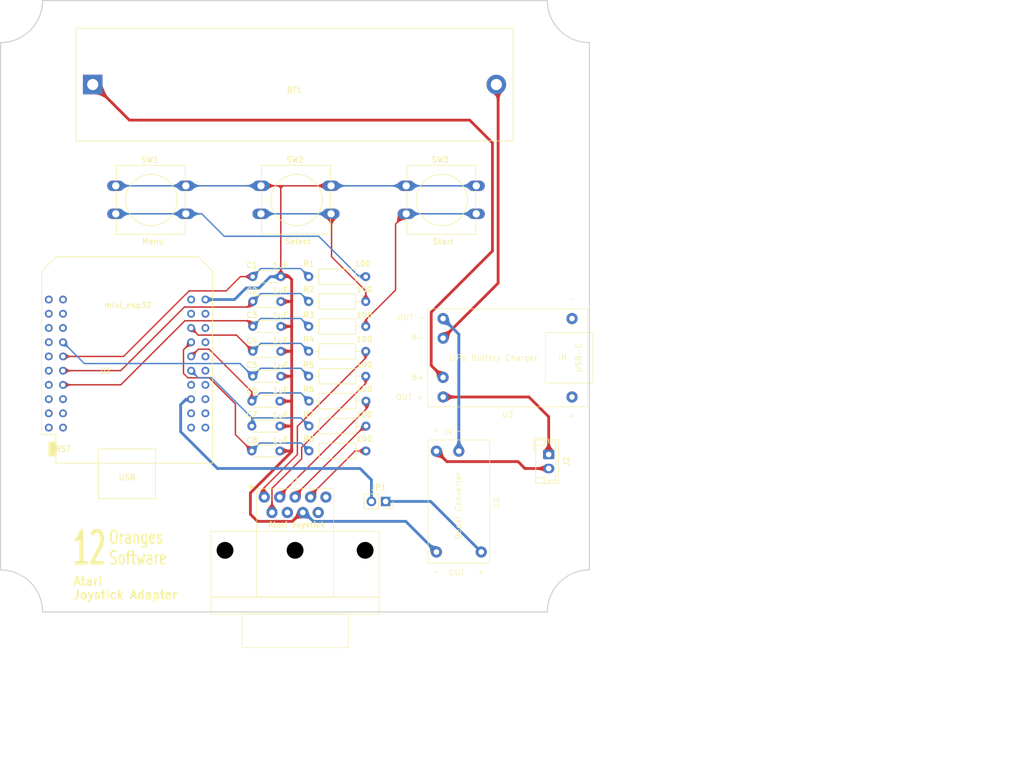
<source format=kicad_pcb>
(kicad_pcb (version 20221018) (generator pcbnew)
  (title_block (title "Atari Joystick Adapter") (date "2024-03-03") (rev "v1.0") (company "12 Oranges Software") (comment 1 "Bluetooth adapter for Atari Joysticks"))
  (layers (0 "F.Cu" signal "Top") (31 "B.Cu" signal "Bottom") (34 "B.Paste" user) (35 "F.Paste" user) (36 "B.SilkS" user "B.Silkscreen") (37 "F.SilkS" user "F.Silkscreen") (38 "B.Mask" user) (39 "F.Mask" user) (44 "Edge.Cuts" user))
  (net 0 "")
  (net 1 "Net-(BT1-+)")
  (net 2 "Net-(BT1--)")
  (net 3 "D1")
  (net 4 "GND")
  (net 5 "D2")
  (net 6 "D3")
  (net 7 "D4")
  (net 8 "D5")
  (net 12 "VCC")
  (net 38 "VIN-")
  (net 41 "DX1")
  (net 42 "DX3")
  (net 43 "DX4")
  (net 44 "DX2")
  (net 45 "DX5")
  (net 48 "D6")
  (net 49 "D7")
  (net 50 "D8")
  (net 51 "DX6")
  (net 52 "DX7")
  (net 53 "DX8")
  (net 57 "J2IN")
  (net 58 "J2OUT")
  (net 59 "J3IN")
  (footprint "Connector_JST:JST_EH_B2B-EH-A_1x02_P2.50mm_Vertical" (layer "F.Cu") (at 197.739 120.396 -90)
    (fp_text reference "J2" (at 1.25 -3.175 -90) (layer "F.SilkS"))
    (fp_text value "Power Switch")
    (pad "1" thru_hole roundrect (at 0 0 270) (size 1.7 2) (drill 1) (layers "*.Cu" "*.Mask") (roundrect_rratio 0.147059) (net 57 "J2IN"))
    (pad "2" thru_hole oval (at 2.5 0 270) (size 1.7 2) (drill 1) (layers "*.Cu" "*.Mask") (net 58 "J2OUT"))
  )
  (footprint "ESP32_mini_KiCad_Library-master:ESP32_mini" (layer "F.Cu") (at 122.528 104.1622)
    (fp_text reference "U1" (at -3.81 1.27) (layer "F.SilkS"))
    (fp_text value "mini_esp32" (at 0.154 -10.4362) (layer "F.SilkS"))
    (fp_text user "RST" (at -11.43 15.24) (layer "F.SilkS"))
    (fp_text user "USB" (at 0 20.32) (layer "F.SilkS"))
    (pad "1" thru_hole circle (at -13.97 -11.43 270) (size 1.4 1.4) (drill 0.8) (layers "*.Cu" "*.Mask"))
    (pad "2" thru_hole circle (at -11.43 -11.43 270) (size 1.4 1.4) (drill 0.8) (layers "*.Cu" "*.Mask"))
    (pad "3" thru_hole circle (at -13.97 -8.89 270) (size 1.4 1.4) (drill 0.8) (layers "*.Cu" "*.Mask"))
    (pad "4" thru_hole circle (at -11.43 -8.89 270) (size 1.4 1.4) (drill 0.8) (layers "*.Cu" "*.Mask"))
    (pad "5" thru_hole circle (at -13.97 -6.35 270) (size 1.4 1.4) (drill 0.8) (layers "*.Cu" "*.Mask"))
    (pad "6" thru_hole circle (at -11.43 -6.35 270) (size 1.4 1.4) (drill 0.8) (layers "*.Cu" "*.Mask"))
    (pad "7" thru_hole circle (at -13.97 -3.81 270) (size 1.4 1.4) (drill 0.8) (layers "*.Cu" "*.Mask"))
    (pad "8" thru_hole circle (at -11.43 -3.81 270) (size 1.4 1.4) (drill 0.8) (layers "*.Cu" "*.Mask") (net 8 "D5"))
    (pad "9" thru_hole circle (at -13.97 -1.27 270) (size 1.4 1.4) (drill 0.8) (layers "*.Cu" "*.Mask"))
    (pad "10" thru_hole circle (at -11.43 -1.27 270) (size 1.4 1.4) (drill 0.8) (layers "*.Cu" "*.Mask") (net 48 "D6"))
    (pad "11" thru_hole circle (at -13.97 1.27 270) (size 1.4 1.4) (drill 0.8) (layers "*.Cu" "*.Mask"))
    (pad "12" thru_hole circle (at -11.43 1.27 270) (size 1.4 1.4) (drill 0.8) (layers "*.Cu" "*.Mask") (net 49 "D7"))
    (pad "13" thru_hole circle (at -13.97 3.81 270) (size 1.4 1.4) (drill 0.8) (layers "*.Cu" "*.Mask"))
    (pad "14" thru_hole circle (at -11.43 3.81 270) (size 1.4 1.4) (drill 0.8) (layers "*.Cu" "*.Mask") (net 50 "D8"))
    (pad "15" thru_hole circle (at -13.97 6.35 270) (size 1.4 1.4) (drill 0.8) (layers "*.Cu" "*.Mask"))
    (pad "16" thru_hole circle (at -11.43 6.35 270) (size 1.4 1.4) (drill 0.8) (layers "*.Cu" "*.Mask"))
    (pad "17" thru_hole circle (at -13.97 8.89 270) (size 1.4 1.4) (drill 0.8) (layers "*.Cu" "*.Mask"))
    (pad "18" thru_hole circle (at -11.43 8.89 270) (size 1.4 1.4) (drill 0.8) (layers "*.Cu" "*.Mask"))
    (pad "19" thru_hole circle (at -13.97 11.43 270) (size 1.4 1.4) (drill 0.8) (layers "*.Cu" "*.Mask"))
    (pad "20" thru_hole circle (at -11.43 11.43 270) (size 1.4 1.4) (drill 0.8) (layers "*.Cu" "*.Mask"))
    (pad "21" thru_hole circle (at 11.43 -11.43 270) (size 1.4 1.4) (drill 0.8) (layers "*.Cu" "*.Mask"))
    (pad "22" thru_hole circle (at 13.97 -11.43 270) (size 1.4 1.4) (drill 0.8) (layers "*.Cu" "*.Mask") (net 4 "GND"))
    (pad "23" thru_hole circle (at 11.43 -8.89 270) (size 1.4 1.4) (drill 0.8) (layers "*.Cu" "*.Mask"))
    (pad "24" thru_hole circle (at 13.97 -8.89 270) (size 1.4 1.4) (drill 0.8) (layers "*.Cu" "*.Mask"))
    (pad "25" thru_hole circle (at 11.43 -6.35 270) (size 1.4 1.4) (drill 0.8) (layers "*.Cu" "*.Mask") (net 3 "D1"))
    (pad "26" thru_hole circle (at 13.97 -6.35 270) (size 1.4 1.4) (drill 0.8) (layers "*.Cu" "*.Mask"))
    (pad "27" thru_hole circle (at 11.43 -3.81 270) (size 1.4 1.4) (drill 0.8) (layers "*.Cu" "*.Mask") (net 5 "D2"))
    (pad "28" thru_hole circle (at 13.97 -3.81 270) (size 1.4 1.4) (drill 0.8) (layers "*.Cu" "*.Mask"))
    (pad "29" thru_hole circle (at 11.43 -1.27 270) (size 1.4 1.4) (drill 0.8) (layers "*.Cu" "*.Mask") (net 6 "D3"))
    (pad "30" thru_hole circle (at 13.97 -1.27 270) (size 1.4 1.4) (drill 0.8) (layers "*.Cu" "*.Mask"))
    (pad "31" thru_hole circle (at 11.43 1.27 270) (size 1.4 1.4) (drill 0.8) (layers "*.Cu" "*.Mask") (net 7 "D4"))
    (pad "32" thru_hole circle (at 13.97 1.27 270) (size 1.4 1.4) (drill 0.8) (layers "*.Cu" "*.Mask"))
    (pad "33" thru_hole circle (at 11.43 3.81 270) (size 1.4 1.4) (drill 0.8) (layers "*.Cu" "*.Mask"))
    (pad "34" thru_hole circle (at 13.97 3.81 270) (size 1.4 1.4) (drill 0.8) (layers "*.Cu" "*.Mask"))
    (pad "35" thru_hole circle (at 11.43 6.35 270) (size 1.4 1.4) (drill 0.8) (layers "*.Cu" "*.Mask") (net 12 "VCC"))
    (pad "36" thru_hole circle (at 13.97 6.35 270) (size 1.4 1.4) (drill 0.8) (layers "*.Cu" "*.Mask"))
    (pad "37" thru_hole circle (at 11.43 8.89 270) (size 1.4 1.4) (drill 0.8) (layers "*.Cu" "*.Mask"))
    (pad "38" thru_hole circle (at 13.97 8.89 270) (size 1.4 1.4) (drill 0.8) (layers "*.Cu" "*.Mask"))
    (pad "39" thru_hole circle (at 11.43 11.43 270) (size 1.4 1.4) (drill 0.8) (layers "*.Cu" "*.Mask"))
    (pad "40" thru_hole circle (at 13.97 11.43 270) (size 1.4 1.4) (drill 0.8) (layers "*.Cu" "*.Mask"))
  )
  (footprint "Capacitor_THT:C_Disc_D4.3mm_W1.9mm_P5.00mm" (layer "F.Cu") (at 144.947 106.4295)
    (fp_text reference "C5" (at -0.167 -2.0355) (layer "F.SilkS"))
    (fp_text value "1uF" (at 4.913 -1.962932) (layer "F.SilkS"))
    (pad "1" thru_hole circle (at 0 0) (size 1.6 1.6) (drill 0.8) (layers "*.Cu" "*.Mask") (net 8 "D5"))
    (pad "2" thru_hole circle (at 5 0) (size 1.6 1.6) (drill 0.8) (layers "*.Cu" "*.Mask") (net 4 "GND"))
  )
  (footprint "Button_Switch_THT:SW_PUSH-12mm" (layer "F.Cu") (at 146.414 72.43)
    (fp_text reference "SW2" (at 6.08 -4.66) (layer "F.SilkS"))
    (fp_text value "Select" (at 6.62 9.93) (layer "F.SilkS"))
    (pad "1" thru_hole oval (at 0 0) (size 3.048 1.85) (drill 1.3) (layers "*.Cu" "*.Mask") (net 4 "GND"))
    (pad "1" thru_hole oval (at 12.5 0) (size 3.048 1.85) (drill 1.3) (layers "*.Cu" "*.Mask") (net 4 "GND"))
    (pad "2" thru_hole oval (at 0 5) (size 3.048 1.85) (drill 1.3) (layers "*.Cu" "*.Mask") (net 52 "DX7"))
    (pad "2" thru_hole oval (at 12.5 5) (size 3.048 1.85) (drill 1.3) (layers "*.Cu" "*.Mask") (net 52 "DX7"))
  )
  (footprint "Button_Switch_THT:SW_PUSH-12mm" (layer "F.Cu") (at 172.322 72.43)
    (fp_text reference "SW3" (at 6.08 -4.66) (layer "F.SilkS"))
    (fp_text value "Start" (at 6.62 9.93) (layer "F.SilkS"))
    (pad "1" thru_hole oval (at 0 0) (size 3.048 1.85) (drill 1.3) (layers "*.Cu" "*.Mask") (net 4 "GND"))
    (pad "1" thru_hole oval (at 12.5 0) (size 3.048 1.85) (drill 1.3) (layers "*.Cu" "*.Mask") (net 4 "GND"))
    (pad "2" thru_hole oval (at 0 5) (size 3.048 1.85) (drill 1.3) (layers "*.Cu" "*.Mask") (net 53 "DX8"))
    (pad "2" thru_hole oval (at 12.5 5) (size 3.048 1.85) (drill 1.3) (layers "*.Cu" "*.Mask") (net 53 "DX8"))
  )
  (footprint "Resistor_THT:R_Axial_DIN0207_L6.3mm_D2.5mm_P10.16mm_Horizontal" (layer "F.Cu") (at 154.94 97.5372)
    (fp_text reference "R3" (at 0 -2.0332) (layer "F.SilkS"))
    (fp_text value "100" (at 9.906 -2.0332) (layer "F.SilkS"))
    (pad "1" thru_hole circle (at 0 0) (size 1.6 1.6) (drill 0.8) (layers "*.Cu" "*.Mask") (net 50 "D8"))
    (pad "2" thru_hole oval (at 10.16 0) (size 1.6 1.6) (drill 0.8) (layers "*.Cu" "*.Mask") (net 53 "DX8"))
  )
  (footprint "Capacitor_THT:C_Disc_D4.3mm_W1.9mm_P5.00mm" (layer "F.Cu") (at 144.78 110.8756)
    (fp_text reference "C6" (at 0 -1.9096) (layer "F.SilkS"))
    (fp_text value "1uF" (at 5.08 -1.94589) (layer "F.SilkS"))
    (pad "1" thru_hole circle (at 0 0) (size 1.6 1.6) (drill 0.8) (layers "*.Cu" "*.Mask") (net 6 "D3"))
    (pad "2" thru_hole circle (at 5 0) (size 1.6 1.6) (drill 0.8) (layers "*.Cu" "*.Mask") (net 4 "GND"))
  )
  (footprint "Capacitor_THT:C_Disc_D4.3mm_W1.9mm_P5.00mm" (layer "F.Cu") (at 144.78 115.3218)
    (fp_text reference "C7" (at 0 -2.0378) (layer "F.SilkS"))
    (fp_text value "1uF" (at 5.08 -1.928948) (layer "F.SilkS"))
    (pad "1" thru_hole circle (at 0 0) (size 1.6 1.6) (drill 0.8) (layers "*.Cu" "*.Mask") (net 7 "D4"))
    (pad "2" thru_hole circle (at 5 0) (size 1.6 1.6) (drill 0.8) (layers "*.Cu" "*.Mask") (net 4 "GND"))
  )
  (footprint "Resistor_THT:R_Axial_DIN0207_L6.3mm_D2.5mm_P10.16mm_Horizontal" (layer "F.Cu") (at 154.94 106.4295)
    (fp_text reference "R5" (at 0 -2.0355) (layer "F.SilkS"))
    (fp_text value "100" (at 9.906 -2.0355) (layer "F.SilkS"))
    (pad "1" thru_hole circle (at 0 0) (size 1.6 1.6) (drill 0.8) (layers "*.Cu" "*.Mask") (net 8 "D5"))
    (pad "2" thru_hole oval (at 10.16 0) (size 1.6 1.6) (drill 0.8) (layers "*.Cu" "*.Mask") (net 45 "DX5"))
  )
  (footprint "Resistor_THT:R_Axial_DIN0207_L6.3mm_D2.5mm_P10.16mm_Horizontal" (layer "F.Cu") (at 154.94 93.091)
    (fp_text reference "R2" (at 0 -2.159) (layer "F.SilkS"))
    (fp_text value "100" (at 9.906 -2.159) (layer "F.SilkS"))
    (pad "1" thru_hole circle (at 0 0) (size 1.6 1.6) (drill 0.8) (layers "*.Cu" "*.Mask") (net 49 "D7"))
    (pad "2" thru_hole oval (at 10.16 0) (size 1.6 1.6) (drill 0.8) (layers "*.Cu" "*.Mask") (net 52 "DX7"))
  )
  (footprint "Resistor_THT:R_Axial_DIN0207_L6.3mm_D2.5mm_P10.16mm_Horizontal" (layer "F.Cu") (at 154.94 88.6448)
    (fp_text reference "R1" (at 0 -2.2848) (layer "F.SilkS"))
    (fp_text value "100" (at 9.652 -2.2848) (layer "F.SilkS"))
    (pad "1" thru_hole circle (at 0 0) (size 1.6 1.6) (drill 0.8) (layers "*.Cu" "*.Mask") (net 48 "D6"))
    (pad "2" thru_hole oval (at 10.16 0) (size 1.6 1.6) (drill 0.8) (layers "*.Cu" "*.Mask") (net 51 "DX6"))
  )
  (footprint "Capacitor_THT:C_Disc_D4.3mm_W1.9mm_P5.00mm" (layer "F.Cu") (at 144.78 119.768)
    (fp_text reference "C8" (at 0 -1.912) (layer "F.SilkS"))
    (fp_text value "1uF" (at 5.08 -1.912) (layer "F.SilkS"))
    (pad "1" thru_hole circle (at 0 0) (size 1.6 1.6) (drill 0.8) (layers "*.Cu" "*.Mask") (net 5 "D2"))
    (pad "2" thru_hole circle (at 5 0) (size 1.6 1.6) (drill 0.8) (layers "*.Cu" "*.Mask") (net 4 "GND"))
  )
  (footprint "Atary Joystick Adapter Footprints:MountingHole_3.5mm" (layer "F.Cu") (at 198.374 136.144)
    (fp_text reference "H4" hide)
    (fp_text value "MountingHole")
    (pad "" np_thru_hole circle (at 0 0) (size 3.5 3.5) (drill 3.5) (layers "*.Cu" "*.Mask"))
  )
  (footprint "Resistor_THT:R_Axial_DIN0207_L6.3mm_D2.5mm_P10.16mm_Horizontal" (layer "F.Cu") (at 154.984 115.3218)
    (fp_text reference "R7" (at -0.044 -2.0378) (layer "F.SilkS"))
    (fp_text value "100" (at 9.862 -2.0378) (layer "F.SilkS"))
    (pad "1" thru_hole circle (at 0 0) (size 1.6 1.6) (drill 0.8) (layers "*.Cu" "*.Mask") (net 7 "D4"))
    (pad "2" thru_hole oval (at 10.16 0) (size 1.6 1.6) (drill 0.8) (layers "*.Cu" "*.Mask") (net 43 "DX4"))
  )
  (footprint "Atary Joystick Adapter Footprints:MountingHole_3.5mm" (layer "F.Cu") (at 106.526 136.3962)
    (fp_text reference "H3" hide)
    (fp_text value "MountingHole")
    (pad "" np_thru_hole circle (at 0 0) (size 3.5 3.5) (drill 3.5) (layers "*.Cu" "*.Mask"))
  )
  (footprint "Connector_PinSocket_2.54mm:PinSocket_1x02_P2.54mm_Vertical" (layer "F.Cu") (at 168.656 128.778 -90)
    (fp_text reference "JP1" (at -2.54 1.27) (layer "F.SilkS"))
    (fp_text value "Jumper_3_Bridged")
    (pad "1" thru_hole rect (at 0 0 270) (size 1.7 1.7) (drill 1) (layers "*.Cu" "*.Mask") (net 59 "J3IN"))
    (pad "2" thru_hole oval (at 0 2.54 270) (size 1.7 1.7) (drill 1) (layers "*.Cu" "*.Mask") (net 12 "VCC"))
  )
  (footprint "Battery:BatteryHolder_BH-18650" (layer "F.Cu") (at 116.4 54.356)
    (fp_text reference "BT1" (at 36 1) (layer "F.SilkS"))
    (fp_text value "Battery_Cell")
    (pad "1" thru_hole rect (at 0 0) (size 3.5 3.5) (drill 2) (layers "*.Cu" "*.Mask") (net 1 "Net-(BT1-+)"))
    (pad "2" thru_hole circle (at 72 0) (size 3.5 3.5) (drill 2) (layers "*.Cu" "*.Mask") (net 2 "Net-(BT1--)"))
  )
  (footprint "Resistor_THT:R_Axial_DIN0207_L6.3mm_D2.5mm_P10.16mm_Horizontal" (layer "F.Cu") (at 154.984 119.768)
    (fp_text reference "R8" (at -0.044 -2.166) (layer "F.SilkS"))
    (fp_text value "100" (at 9.862 -2.166) (layer "F.SilkS"))
    (pad "1" thru_hole circle (at 0 0) (size 1.6 1.6) (drill 0.8) (layers "*.Cu" "*.Mask") (net 5 "D2"))
    (pad "2" thru_hole oval (at 10.16 0) (size 1.6 1.6) (drill 0.8) (layers "*.Cu" "*.Mask") (net 44 "DX2"))
  )
  (footprint "Library:6W DC-DC Boost Converter" (layer "F.Cu") (at 181.71 128.8002 -90)
    (fp_text reference "U2" (at 0.2318 -6.758 90 unlocked) (layer "F.SilkS") (effects (font (thickness 0.1))))
    (fp_text value "~")
    (fp_text user "OUT" (at 12.6778 1.878 unlocked) (layer "F.SilkS") (effects (font (thickness 0.1)) (justify left)))
    (fp_text user "Boost Converter" (at 6.8358 0.1 90 unlocked) (layer "F.SilkS") (effects (font (thickness 0.1)) (justify left)))
    (fp_text user "+" (at -12 4 -90 unlocked) (layer "F.SilkS") (effects (font (thickness 0.1)) (justify left mirror)))
    (fp_text user "-" (at -12.4682 0.608 -180 unlocked) (layer "F.SilkS") (effects (font (thickness 0.1)) (justify left mirror)))
    (fp_text user "+" (at 12 -4 -90 unlocked) (layer "F.SilkS") (effects (font (thickness 0.1)) (justify right mirror)))
    (fp_text user "IN" (at -12.4682 1.116 unlocked) (layer "F.SilkS") (effects (font (thickness 0.1)) (justify right)))
    (fp_text user "-" (at 12.6778 3.402 -180 unlocked) (layer "F.SilkS") (effects (font (thickness 0.1)) (justify right mirror)))
    (pad "1" thru_hole circle (at -9 4 270) (size 2 2) (drill 1) (layers "*.Cu" "*.Mask") (net 58 "J2OUT"))
    (pad "2" thru_hole circle (at -9 0 270) (size 2 2) (drill 1) (layers "*.Cu" "*.Mask") (net 38 "VIN-"))
    (pad "3" thru_hole circle (at 9 -4 270) (size 2 2) (drill 1) (layers "*.Cu" "*.Mask") (net 59 "J3IN"))
    (pad "4" thru_hole circle (at 9 4 270) (size 2 2) (drill 1) (layers "*.Cu" "*.Mask") (net 4 "GND"))
  )
  (footprint "Resistor_THT:R_Axial_DIN0207_L6.3mm_D2.5mm_P10.16mm_Horizontal" (layer "F.Cu") (at 154.94 101.9833)
    (fp_text reference "R4" (at 0 -2.1613) (layer "F.SilkS"))
    (fp_text value "100" (at 9.906 -2.1613) (layer "F.SilkS"))
    (pad "1" thru_hole circle (at 0 0) (size 1.6 1.6) (drill 0.8) (layers "*.Cu" "*.Mask") (net 3 "D1"))
    (pad "2" thru_hole oval (at 10.16 0) (size 1.6 1.6) (drill 0.8) (layers "*.Cu" "*.Mask") (net 41 "DX1"))
  )
  (footprint "Resistor_THT:R_Axial_DIN0207_L6.3mm_D2.5mm_P10.16mm_Horizontal" (layer "F.Cu") (at 154.984 110.8756)
    (fp_text reference "R6" (at -0.044 -2.1636) (layer "F.SilkS"))
    (fp_text value "100" (at 9.862 -2.1636) (layer "F.SilkS"))
    (pad "1" thru_hole circle (at 0 0) (size 1.6 1.6) (drill 0.8) (layers "*.Cu" "*.Mask") (net 6 "D3"))
    (pad "2" thru_hole oval (at 10.16 0) (size 1.6 1.6) (drill 0.8) (layers "*.Cu" "*.Mask") (net 42 "DX3"))
  )
  (footprint "Capacitor_THT:C_Disc_D4.3mm_W1.9mm_P5.00mm" (layer "F.Cu") (at 144.947 88.6448)
    (fp_text reference "C1" (at -0.167 -2.0308) (layer "F.SilkS"))
    (fp_text value "1uF" (at 4.913 -2.0308) (layer "F.SilkS"))
    (pad "1" thru_hole circle (at 0 0) (size 1.6 1.6) (drill 0.8) (layers "*.Cu" "*.Mask") (net 48 "D6"))
    (pad "2" thru_hole circle (at 5 0) (size 1.6 1.6) (drill 0.8) (layers "*.Cu" "*.Mask") (net 4 "GND"))
  )
  (footprint "Atary Joystick Adapter Footprints:MountingHole_3.5mm" (layer "F.Cu") (at 106.526 52.07)
    (fp_text reference "H1" hide)
    (fp_text value "MountingHole")
    (pad "" np_thru_hole circle (at 0 0) (size 3.5 3.5) (drill 3.5) (layers "*.Cu" "*.Mask"))
  )
  (footprint "Atary Joystick Adapter Footprints:MountingHole_3.5mm" (layer "F.Cu") (at 198.374 52.07)
    (fp_text reference "H2" hide)
    (fp_text value "MountingHole")
    (pad "" np_thru_hole circle (at 0 0) (size 3.5 3.5) (drill 3.5) (layers "*.Cu" "*.Mask"))
  )
  (footprint "Atari:Atari 9Pin Joystick Connector" (layer "F.Cu") (at 152.5 137.5)
    (fp_text reference "J1" (at 0 -12.375 unlocked) (layer "F.SilkS") (effects (font (thickness 0.1))))
    (fp_text value "Atari Joystick" (at 0.3 -4.6 unlocked) (layer "F.SilkS"))
    (pad "" np_thru_hole circle (at -12.5 0) (size 3 3) (drill 3) (layers "*.Mask"))
    (pad "" np_thru_hole circle (at 0 0) (size 3 3) (drill 3) (layers "*.Mask"))
    (pad "" np_thru_hole circle (at 12.5 0) (size 3 3) (drill 3) (layers "*.Mask"))
    (pad "1" thru_hole circle (at -5.5 -9.5) (size 2 2) (drill 1) (layers "*.Cu" "F.Mask") (net 41 "DX1"))
    (pad "2" thru_hole circle (at -2.75 -9.5) (size 2 2) (drill 1) (layers "*.Cu" "F.Mask") (net 42 "DX3"))
    (pad "3" thru_hole circle (at 0 -9.5) (size 2 2) (drill 1) (layers "*.Cu" "F.Mask") (net 43 "DX4"))
    (pad "4" thru_hole circle (at 2.75 -9.5) (size 2 2) (drill 1) (layers "*.Cu" "F.Mask") (net 44 "DX2"))
    (pad "5" thru_hole circle (at 5.5 -9.5) (size 2 2) (drill 1) (layers "*.Cu" "F.Mask"))
    (pad "6" thru_hole circle (at -4.125 -6.75) (size 2 2) (drill 1) (layers "*.Cu" "F.Mask") (net 45 "DX5"))
    (pad "7" thru_hole circle (at -1.375 -6.75) (size 2 2) (drill 1) (layers "*.Cu" "F.Mask"))
    (pad "8" thru_hole circle (at 1.375 -6.75) (size 2 2) (drill 1) (layers "*.Cu" "F.Mask") (net 4 "GND"))
    (pad "9" thru_hole circle (at 4.125 -6.75) (size 2 2) (drill 1) (layers "*.Cu" "F.Mask"))
  )
  (footprint "Library:LiPo Battery Charger Circuit" (layer "F.Cu") (at 190.403 103.1312 180)
    (fp_text reference "U3" (at 0 -10.16 unlocked) (layer "F.SilkS") (effects (font (thickness 0.1))))
    (fp_text value "~" hide)
    (fp_text user "USB-C" (at -12.7 0 90 unlocked) (layer "F.SilkS") (effects (font (thickness 0.1))))
    (fp_text user "LiPo Battery Charger" (at 2.54 0 unlocked) (layer "F.SilkS") (effects (font (thickness 0.1))))
    (fp_text user "+" (at -12.035 -9.8988 180 unlocked) (layer "F.SilkS") (effects (font (thickness 0.1)) (justify left bottom)))
    (fp_text user "B-" (at 17.175 3.0552 unlocked) (layer "F.SilkS") (effects (font (thickness 0.1)) (justify left bottom)))
    (fp_text user "IN" (at -8.987 -0.5008 unlocked) (layer "F.SilkS") (effects (font (thickness 0.1)) (justify left bottom)))
    (fp_text user "OUT +" (at 19.969 -7.6128 unlocked) (layer "F.SilkS") (effects (font (thickness 0.1)) (justify left bottom)))
    (fp_text user "-" (at -12.035 10.9292 180 unlocked) (layer "F.SilkS") (effects (font (thickness 0.1)) (justify left bottom)))
    (fp_text user "B+" (at 17.175 -4.0568 unlocked) (layer "F.SilkS") (effects (font (thickness 0.1)) (justify left bottom)))
    (fp_text user "OUT -" (at 19.715 6.6112 unlocked) (layer "F.SilkS") (effects (font (thickness 0.1)) (justify left bottom)))
    (pad "1" thru_hole circle (at 11.5 -3.5 180) (size 2 2) (drill 1) (layers "*.Cu" "*.Mask") (net 1 "Net-(BT1-+)"))
    (pad "2" thru_hole circle (at 11.5 3.5 180) (size 2 2) (drill 1) (layers "*.Cu" "*.Mask") (net 2 "Net-(BT1--)"))
    (pad "3" thru_hole circle (at 11.5 -7 180) (size 2 2) (drill 1) (layers "*.Cu" "*.Mask") (net 57 "J2IN"))
    (pad "4" thru_hole circle (at 11.5 7 180) (size 2 2) (drill 1) (layers "*.Cu" "*.Mask") (net 38 "VIN-"))
    (pad "5" thru_hole circle (at -11.5 -7 180) (size 2 2) (drill 1) (layers "*.Cu" "*.Mask"))
    (pad "6" thru_hole circle (at -11.5 7 180) (size 2 2) (drill 1) (layers "*.Cu" "*.Mask"))
  )
  (footprint "Capacitor_THT:C_Disc_D4.3mm_W1.9mm_P5.00mm" (layer "F.Cu") (at 144.947 93.091)
    (fp_text reference "C2" (at -0.167 -1.905) (layer "F.SilkS"))
    (fp_text value "1uF" (at 4.913 -2.013858) (layer "F.SilkS"))
    (pad "1" thru_hole circle (at 0 0) (size 1.6 1.6) (drill 0.8) (layers "*.Cu" "*.Mask") (net 49 "D7"))
    (pad "2" thru_hole circle (at 5 0) (size 1.6 1.6) (drill 0.8) (layers "*.Cu" "*.Mask") (net 4 "GND"))
  )
  (footprint "Capacitor_THT:C_Disc_D4.3mm_W1.9mm_P5.00mm" (layer "F.Cu") (at 144.947 101.9833)
    (fp_text reference "C4" (at -0.167 -1.9073) (layer "F.SilkS"))
    (fp_text value "1uF" (at 4.913 -1.979874) (layer "F.SilkS"))
    (pad "1" thru_hole circle (at 0 0) (size 1.6 1.6) (drill 0.8) (layers "*.Cu" "*.Mask") (net 3 "D1"))
    (pad "2" thru_hole circle (at 5 0) (size 1.6 1.6) (drill 0.8) (layers "*.Cu" "*.Mask") (net 4 "GND"))
  )
  (footprint "Button_Switch_THT:SW_PUSH-12mm" (layer "F.Cu") (at 120.506 72.43)
    (fp_text reference "SW1" (at 6.08 -4.66) (layer "F.SilkS"))
    (fp_text value "Menu" (at 6.62 9.93) (layer "F.SilkS"))
    (pad "1" thru_hole oval (at 0 0) (size 3.048 1.85) (drill 1.3) (layers "*.Cu" "*.Mask") (net 4 "GND"))
    (pad "1" thru_hole oval (at 12.5 0) (size 3.048 1.85) (drill 1.3) (layers "*.Cu" "*.Mask") (net 4 "GND"))
    (pad "2" thru_hole oval (at 0 5) (size 3.048 1.85) (drill 1.3) (layers "*.Cu" "*.Mask") (net 51 "DX6"))
    (pad "2" thru_hole oval (at 12.5 5) (size 3.048 1.85) (drill 1.3) (layers "*.Cu" "*.Mask") (net 51 "DX6"))
  )
  (footprint "Capacitor_THT:C_Disc_D4.3mm_W1.9mm_P5.00mm" (layer "F.Cu") (at 144.947 97.5372)
    (fp_text reference "C3" (at -0.167 -2.0332) (layer "F.SilkS"))
    (fp_text value "1uF" (at 4.913 -1.996916) (layer "F.SilkS"))
    (pad "1" thru_hole circle (at 0 0) (size 1.6 1.6) (drill 0.8) (layers "*.Cu" "*.Mask") (net 50 "D8"))
    (pad "2" thru_hole circle (at 5 0) (size 1.6 1.6) (drill 0.8) (layers "*.Cu" "*.Mask") (net 4 "GND"))
  )
  (gr_arc (start 197.5 148.5) (mid 199.696699 143.1967) (end 205 141) (stroke (width 0.2)) (layer "Edge.Cuts"))
  (gr_line (start 205 46.863002) (end 205 141) (stroke (width 0.2)) (layer "Edge.Cuts"))
  (gr_line (start 197.5 148.5) (end 107.456 148.5) (stroke (width 0.2)) (layer "Edge.Cuts"))
  (gr_arc (start 107.456 39.363002) (mid 105.259301 44.666303) (end 99.956 46.863) (stroke (width 0.2)) (layer "Edge.Cuts"))
  (gr_line (start 99.956 46.863) (end 99.956 141) (stroke (width 0.2)) (layer "Edge.Cuts"))
  (gr_arc (start 205 46.863002) (mid 199.696699 44.666303) (end 197.5 39.363002) (stroke (width 0.2)) (layer "Edge.Cuts"))
  (gr_arc (start 99.956 141) (mid 105.2593 143.196699) (end 107.456 148.5) (stroke (width 0.2)) (layer "Edge.Cuts"))
  (gr_line (start 197.5 39.363002) (end 107.456 39.363002) (stroke (width 0.2)) (layer "Edge.Cuts"))
  (gr_text "Oranges\nSoftware" (at 119.126 140.208) (layer "F.SilkS") (effects (font (size 2.3 1.6) (thickness 0.3) bold) (justify left bottom)))
  (gr_text "Atari\nJoystick Adapter" (at 112.776 146.304) (layer "F.SilkS") (effects (font (size 1.5 1.5) (thickness 0.3) bold) (justify left bottom)))
  (gr_text "12" (at 112.522 140.462) (layer "F.SilkS") (effects (font (size 5.7 3) (thickness 0.65) bold) (justify left bottom)))
  (segment (start 176.784 94.996) (end 187.706 84.074) (width 0.5) (layer "F.Cu") (net 1))
  (segment (start 183.642 60.706) (end 122.936 60.706) (width 0.5) (layer "F.Cu") (net 1))
  (segment (start 122.936 60.706) (end 116.586 54.356) (width 0.5) (layer "F.Cu") (net 1))
  (segment (start 187.706 64.77) (end 183.642 60.706) (width 0.5) (layer "F.Cu") (net 1))
  (segment (start 176.784 104.5122) (end 176.784 94.996) (width 0.5) (layer "F.Cu") (net 1))
  (segment (start 187.706 84.074) (end 187.706 64.77) (width 0.5) (layer "F.Cu") (net 1))
  (segment (start 178.903 106.6312) (end 176.784 104.5122) (width 0.5) (layer "F.Cu") (net 1))
  (segment (start 116.586 54.356) (end 116.4 54.356) (width 0.5) (layer "F.Cu") (net 1))
  (segment (start 178.903 99.6312) (end 188.722 89.8122) (width 0.5) (layer "F.Cu") (net 2))
  (segment (start 188.722 89.8122) (end 188.722 54.678) (width 0.5) (layer "F.Cu") (net 2))
  (segment (start 188.722 54.678) (end 188.4 54.356) (width 0.5) (layer "F.Cu") (net 2))
  (segment (start 135.228 99.0822) (end 133.958 97.8122) (width 0.25) (layer "F.Cu") (net 3))
  (segment (start 142.0459 99.0822) (end 135.228 99.0822) (width 0.25) (layer "F.Cu") (net 3))
  (segment (start 144.947 101.9833) (end 142.0459 99.0822) (width 0.25) (layer "F.Cu") (net 3))
  (segment (start 153.515 100.5583) (end 146.372 100.5583) (width 0.25) (layer "B.Cu") (net 3))
  (segment (start 154.94 101.9833) (end 153.515 100.5583) (width 0.25) (layer "B.Cu") (net 3))
  (segment (start 146.372 100.5583) (end 144.947 101.9833) (width 0.25) (layer "B.Cu") (net 3))
  (segment (start 149.947 72.898) (end 149.947 72.851) (width 0.25) (layer "F.Cu") (net 4))
  (segment (start 151.892 110.744) (end 151.892 106.172) (width 0.5) (layer "F.Cu") (net 4))
  (segment (start 149.947 72.43) (end 150.368 72.43) (width 0.25) (layer "F.Cu") (net 4))
  (segment (start 150.368 72.43) (end 158.914 72.43) (width 0.25) (layer "F.Cu") (net 4))
  (segment (start 152.009 132.334) (end 145.796 132.334) (width 0.5) (layer "F.Cu") (net 4))
  (segment (start 149.78 115.3218) (end 151.8862 115.3218) (width 0.5) (layer "F.Cu") (net 4))
  (segment (start 149.947 72.898) (end 149.947 72.43) (width 0.25) (layer "F.Cu") (net 4))
  (segment (start 151.892 101.854) (end 151.892 97.536) (width 0.5) (layer "F.Cu") (net 4))
  (segment (start 151.892 97.536) (end 151.892 92.964) (width 0.5) (layer "F.Cu") (net 4))
  (segment (start 149.606 72.43) (end 149.606 72.51) (width 0.25) (layer "F.Cu") (net 4))
  (segment (start 149.947 93.091) (end 151.765 93.091) (width 0.5) (layer "F.Cu") (net 4))
  (segment (start 151.7604 110.8756) (end 151.892 110.744) (width 0.5) (layer "F.Cu") (net 4))
  (segment (start 151.892 115.316) (end 151.892 110.744) (width 0.5) (layer "F.Cu") (net 4))
  (segment (start 151.892 106.172) (end 151.892 101.854) (width 0.5) (layer "F.Cu") (net 4))
  (segment (start 144.526 127.254) (end 151.892 119.888) (width 0.5) (layer "F.Cu") (net 4))
  (segment (start 149.78 119.768) (end 151.892 119.768) (width 0.5) (layer "F.Cu") (net 4))
  (segment (start 149.947 97.5372) (end 151.8908 97.5372) (width 0.5) (layer "F.Cu") (net 4))
  (segment (start 151.3828 88.6448) (end 149.947 88.6448) (width 0.5) (layer "F.Cu") (net 4))
  (segment (start 151.892 92.964) (end 151.892 89.154) (width 0.5) (layer "F.Cu") (net 4))
  (segment (start 144.526 131.064) (end 144.526 127.254) (width 0.5) (layer "F.Cu") (net 4))
  (segment (start 149.606 72.51) (end 149.947 72.851) (width 0.25) (layer "F.Cu") (net 4))
  (segment (start 151.892 119.768) (end 151.892 119.38) (width 0.5) (layer "F.Cu") (net 4))
  (segment (start 151.892 119.888) (end 151.892 119.38) (width 0.5) (layer "F.Cu") (net 4))
  (segment (start 149.78 110.8756) (end 151.7604 110.8756) (width 0.5) (layer "F.Cu") (net 4))
  (segment (start 149.947 106.4295) (end 151.892 106.4295) (width 0.5) (layer "F.Cu") (net 4))
  (segment (start 149.947 101.9833) (end 151.7627 101.9833) (width 0.5) (layer "F.Cu") (net 4))
  (segment (start 145.796 132.334) (end 144.526 131.064) (width 0.5) (layer "F.Cu") (net 4))
  (segment (start 149.947 88.6448) (end 149.947 73.6871) (width 0.25) (layer "F.Cu") (net 4))
  (segment (start 149.947 73.6871) (end 149.947 72.898) (width 0.25) (layer "F.Cu") (net 4))
  (segment (start 151.8908 97.5372) (end 151.892 97.536) (width 0.5) (layer "F.Cu") (net 4))
  (segment (start 151.7627 101.9833) (end 151.892 101.854) (width 0.5) (layer "F.Cu") (net 4))
  (segment (start 151.765 93.091) (end 151.892 92.964) (width 0.5) (layer "F.Cu") (net 4))
  (segment (start 149.947 106.4295) (end 149.78 106.5965) (width 0.25) (layer "F.Cu") (net 4))
  (segment (start 149.947 72.43) (end 149.606 72.43) (width 0.25) (layer "F.Cu") (net 4))
  (segment (start 153.875 130.468) (end 152.009 132.334) (width 0.5) (layer "F.Cu") (net 4))
  (segment (start 151.892 106.4295) (end 151.892 106.172) (width 0.5) (layer "F.Cu") (net 4))
  (segment (start 151.892 89.154) (end 151.3828 88.6448) (width 0.5) (layer "F.Cu") (net 4))
  (segment (start 151.8862 115.3218) (end 151.892 115.316) (width 0.5) (layer "F.Cu") (net 4))
  (segment (start 149.947 72.851) (end 150.368 72.43) (width 0.25) (layer "F.Cu") (net 4))
  (segment (start 149.606 72.43) (end 146.414 72.43) (width 0.25) (layer "F.Cu") (net 4))
  (segment (start 151.892 119.38) (end 151.892 115.316) (width 0.5) (layer "F.Cu") (net 4))
  (segment (start 133.006 72.43) (end 146.414 72.43) (width 0.25) (layer "B.Cu") (net 4))
  (segment (start 143.764 90.678) (end 141.7098 92.7322) (width 0.5) (layer "B.Cu") (net 4))
  (segment (start 155.741 132.334) (end 153.875 130.468) (width 0.5) (layer "B.Cu") (net 4))
  (segment (start 120.506 72.43) (end 133.006 72.43) (width 0.25) (layer "B.Cu") (net 4))
  (segment (start 146.05 90.678) (end 143.764 90.678) (width 0.5) (layer "B.Cu") (net 4))
  (segment (start 141.7098 92.7322) (end 136.498 92.7322) (width 0.5) (layer "B.Cu") (net 4))
  (segment (start 184.822 72.43) (end 172.322 72.43) (width 0.25) (layer "B.Cu") (net 4))
  (segment (start 148.0832 88.6448) (end 146.05 90.678) (width 0.5) (layer "B.Cu") (net 4))
  (segment (start 172.2438 132.334) (end 155.741 132.334) (width 0.5) (layer "B.Cu") (net 4))
  (segment (start 177.71 137.8002) (end 172.2438 132.334) (width 0.5) (layer "B.Cu") (net 4))
  (segment (start 149.947 88.6448) (end 148.0832 88.6448) (width 0.5) (layer "B.Cu") (net 4))
  (segment (start 158.914 72.43) (end 172.322 72.43) (width 0.25) (layer "B.Cu") (net 4))
  (segment (start 132.588 101.7222) (end 132.588 105.918) (width 0.25) (layer "F.Cu") (net 5))
  (segment (start 132.588 105.918) (end 133.3722 106.7022) (width 0.25) (layer "F.Cu") (net 5))
  (segment (start 141.8512 116.8392) (end 144.78 119.768) (width 0.25) (layer "F.Cu") (net 5))
  (segment (start 133.958 100.3522) (end 132.588 101.7222) (width 0.25) (layer "F.Cu") (net 5))
  (segment (start 141.8512 111.3712) (end 141.8512 116.8392) (width 0.25) (layer "F.Cu") (net 5))
  (segment (start 137.1822 106.7022) (end 141.8512 111.3712) (width 0.25) (layer "F.Cu") (net 5))
  (segment (start 133.3722 106.7022) (end 137.1822 106.7022) (width 0.25) (layer "F.Cu") (net 5))
  (segment (start 146.205 118.343) (end 153.559 118.343) (width 0.25) (layer "B.Cu") (net 5))
  (segment (start 144.78 119.768) (end 146.205 118.343) (width 0.25) (layer "B.Cu") (net 5))
  (segment (start 153.559 118.343) (end 154.984 119.768) (width 0.25) (layer "B.Cu") (net 5))
  (segment (start 137.16 101.6) (end 135.2502 101.6) (width 0.25) (layer "F.Cu") (net 6))
  (segment (start 135.2502 101.6) (end 133.958 102.8922) (width 0.25) (layer "F.Cu") (net 6))
  (segment (start 144.78 110.8756) (end 144.78 109.22) (width 0.25) (layer "F.Cu") (net 6))
  (segment (start 144.78 109.22) (end 137.16 101.6) (width 0.25) (layer "F.Cu") (net 6))
  (segment (start 153.5184 109.41) (end 154.984 110.8756) (width 0.25) (layer "B.Cu") (net 6))
  (segment (start 144.78 110.8756) (end 146.2456 109.41) (width 0.25) (layer "B.Cu") (net 6))
  (segment (start 146.2456 109.41) (end 153.5184 109.41) (width 0.25) (layer "B.Cu") (net 6))
  (segment (start 137.6193 106.7022) (end 144.78 113.8629) (width 0.25) (layer "B.Cu") (net 7))
  (segment (start 133.958 105.4322) (end 135.228 106.7022) (width 0.25) (layer "B.Cu") (net 7))
  (segment (start 153.5251 113.8629) (end 154.984 115.3218) (width 0.25) (layer "B.Cu") (net 7))
  (segment (start 144.78 113.8629) (end 144.78 115.3218) (width 0.25) (layer "B.Cu") (net 7))
  (segment (start 135.228 106.7022) (end 137.6193 106.7022) (width 0.25) (layer "B.Cu") (net 7))
  (segment (start 144.78 113.8629) (end 153.5251 113.8629) (width 0.25) (layer "B.Cu") (net 7))
  (segment (start 142.6797 104.1622) (end 114.908 104.1622) (width 0.25) (layer "B.Cu") (net 8))
  (segment (start 114.908 104.1622) (end 111.098 100.3522) (width 0.25) (layer "B.Cu") (net 8))
  (segment (start 154.94 106.4295) (end 153.515 105.0045) (width 0.25) (layer "B.Cu") (net 8))
  (segment (start 153.515 105.0045) (end 146.372 105.0045) (width 0.25) (layer "B.Cu") (net 8))
  (segment (start 146.372 105.0045) (end 144.947 106.4295) (width 0.25) (layer "B.Cu") (net 8))
  (segment (start 144.947 106.4295) (end 142.6797 104.1622) (width 0.25) (layer "B.Cu") (net 8))
  (segment (start 132.08 111.506) (end 132.08 116.332) (width 0.5) (layer "B.Cu") (net 12))
  (segment (start 133.0738 110.5122) (end 132.08 111.506) (width 0.5) (layer "B.Cu") (net 12))
  (segment (start 133.958 110.5122) (end 133.0738 110.5122) (width 0.5) (layer "B.Cu") (net 12))
  (segment (start 132.08 116.332) (end 138.644 122.896) (width 0.5) (layer "B.Cu") (net 12))
  (segment (start 138.644 122.896) (end 164.084 122.896) (width 0.5) (layer "B.Cu") (net 12))
  (segment (start 166.116 124.928) (end 164.084 122.896) (width 0.5) (layer "B.Cu") (net 12))
  (segment (start 166.116 128.778) (end 166.116 124.928) (width 0.5) (layer "B.Cu") (net 12))
  (segment (start 178.903 96.1312) (end 181.71 98.9382) (width 0.5) (layer "B.Cu") (net 38))
  (segment (start 181.71 98.9382) (end 181.71 119.8002) (width 0.5) (layer "B.Cu") (net 38))
  (segment (start 152.908 115.3522) (end 165.1 103.1602) (width 0.25) (layer "F.Cu") (net 41))
  (segment (start 147 126.304) (end 152.908 120.396) (width 0.25) (layer "F.Cu") (net 41))
  (segment (start 147 127.718) (end 147 126.304) (width 0.25) (layer "F.Cu") (net 41))
  (segment (start 152.908 120.396) (end 152.908 115.3522) (width 0.25) (layer "F.Cu") (net 41))
  (segment (start 165.1 103.1602) (end 165.1 101.9833) (width 0.25) (layer "F.Cu") (net 41))
  (segment (start 165.144 110.8756) (end 165.144 112.324) (width 0.25) (layer "F.Cu") (net 42))
  (segment (start 165.144 112.324) (end 149.75 127.718) (width 0.25) (layer "F.Cu") (net 42))
  (segment (start 165.144 115.3218) (end 164.8962 115.3218) (width 0.25) (layer "F.Cu") (net 43))
  (segment (start 164.8962 115.3218) (end 152.5 127.718) (width 0.25) (layer "F.Cu") (net 43))
  (segment (start 163.2 119.768) (end 155.25 127.718) (width 0.25) (layer "F.Cu") (net 44))
  (segment (start 165.144 119.768) (end 163.2 119.768) (width 0.25) (layer "F.Cu") (net 44))
  (segment (start 165.1 107.696) (end 165.1 106.4295) (width 0.25) (layer "F.Cu") (net 45))
  (segment (start 148.375 130.468) (end 148.375 126.453) (width 0.25) (layer "F.Cu") (net 45))
  (segment (start 153.67 121.158) (end 153.67 119.126) (width 0.25) (layer "F.Cu") (net 45))
  (segment (start 153.67 119.126) (end 165.1 107.696) (width 0.25) (layer "F.Cu") (net 45))
  (segment (start 148.375 126.453) (end 153.67 121.158) (width 0.25) (layer "F.Cu") (net 45))
  (segment (start 133.604 91.186) (end 121.8978 102.8922) (width 0.25) (layer "F.Cu") (net 48))
  (segment (start 140.208 91.186) (end 133.604 91.186) (width 0.25) (layer "F.Cu") (net 48))
  (segment (start 144.947 88.6448) (end 142.7492 88.6448) (width 0.25) (layer "F.Cu") (net 48))
  (segment (start 142.7492 88.6448) (end 140.208 91.186) (width 0.25) (layer "F.Cu") (net 48))
  (segment (start 121.8978 102.8922) (end 111.098 102.8922) (width 0.25) (layer "F.Cu") (net 48))
  (segment (start 146.3949 87.1969) (end 144.947 88.6448) (width 0.25) (layer "B.Cu") (net 48))
  (segment (start 154.94 88.6448) (end 153.4921 87.1969) (width 0.25) (layer "B.Cu") (net 48))
  (segment (start 153.4921 87.1969) (end 146.3949 87.1969) (width 0.25) (layer "B.Cu") (net 48))
  (segment (start 144.947 93.091) (end 143.967912 94.070088) (width 0.25) (layer "F.Cu") (net 49))
  (segment (start 143.967912 94.070088) (end 132.751912 94.070088) (width 0.25) (layer "F.Cu") (net 49))
  (segment (start 121.3898 105.4322) (end 111.098 105.4322) (width 0.25) (layer "F.Cu") (net 49))
  (segment (start 132.751912 94.070088) (end 121.3898 105.4322) (width 0.25) (layer "F.Cu") (net 49))
  (segment (start 144.947 93.091) (end 146.372 91.666) (width 0.25) (layer "B.Cu") (net 49))
  (segment (start 153.515 91.666) (end 154.94 93.091) (width 0.25) (layer "B.Cu") (net 49))
  (segment (start 146.372 91.666) (end 153.515 91.666) (width 0.25) (layer "B.Cu") (net 49))
  (segment (start 121.412 107.95) (end 111.1202 107.95) (width 0.25) (layer "F.Cu") (net 50))
  (segment (start 144.947 97.5372) (end 143.9298 96.52) (width 0.25) (layer "F.Cu") (net 50))
  (segment (start 143.9298 96.52) (end 132.842 96.52) (width 0.25) (layer "F.Cu") (net 50))
  (segment (start 132.842 96.52) (end 121.412 107.95) (width 0.25) (layer "F.Cu") (net 50))
  (segment (start 111.1202 107.95) (end 111.098 107.9722) (width 0.25) (layer "F.Cu") (net 50))
  (segment (start 146.3739 96.1103) (end 144.947 97.5372) (width 0.25) (layer "B.Cu") (net 50))
  (segment (start 154.94 97.5372) (end 153.5131 96.1103) (width 0.25) (layer "B.Cu") (net 50))
  (segment (start 153.5131 96.1103) (end 146.3739 96.1103) (width 0.25) (layer "B.Cu") (net 50))
  (segment (start 120.506 77.43) (end 133.006 77.43) (width 0.25) (layer "B.Cu") (net 51))
  (segment (start 139.8621 81.4421) (end 135.85 77.43) (width 0.25) (layer "B.Cu") (net 51))
  (segment (start 156.7204 81.4421) (end 139.8621 81.4421) (width 0.25) (layer "B.Cu") (net 51))
  (segment (start 163.9231 88.6448) (end 156.7204 81.4421) (width 0.25) (layer "B.Cu") (net 51))
  (segment (start 165.1 88.6448) (end 163.9231 88.6448) (width 0.25) (layer "B.Cu") (net 51))
  (segment (start 135.85 77.43) (end 133.006 77.43) (width 0.25) (layer "B.Cu") (net 51))
  (segment (start 159.004 85.09) (end 159.004 77.52) (width 0.25) (layer "F.Cu") (net 52))
  (segment (start 165.1 93.091) (end 165.1 91.186) (width 0.25) (layer "F.Cu") (net 52))
  (segment (start 165.1 91.186) (end 159.004 85.09) (width 0.25) (layer "F.Cu") (net 52))
  (segment (start 159.004 77.52) (end 158.914 77.43) (width 0.25) (layer "F.Cu") (net 52))
  (segment (start 146.414 77.43) (end 158.914 77.43) (width 0.25) (layer "B.Cu") (net 52))
  (segment (start 172.322 77.43) (end 172.2391 77.43) (width 0.25) (layer "F.Cu") (net 53))
  (segment (start 165.1 96.3603) (end 170.4211 91.0392) (width 0.25) (layer "F.Cu") (net 53))
  (segment (start 165.1 97.5372) (end 165.1 96.3603) (width 0.25) (layer "F.Cu") (net 53))
  (segment (start 172.2391 77.43) (end 170.4211 79.248) (width 0.25) (layer "F.Cu") (net 53))
  (segment (start 170.4211 91.0392) (end 170.4211 79.248) (width 0.25) (layer "F.Cu") (net 53))
  (segment (start 184.822 77.43) (end 172.322 77.43) (width 0.25) (layer "B.Cu") (net 53))
  (segment (start 197.739 113.665) (end 197.739 120.396) (width 0.5) (layer "F.Cu") (net 57))
  (segment (start 178.903 110.1312) (end 194.2052 110.1312) (width 0.5) (layer "F.Cu") (net 57))
  (segment (start 194.2052 110.1312) (end 197.739 113.665) (width 0.5) (layer "F.Cu") (net 57))
  (segment (start 192.278 121.666) (end 193.508 122.896) (width 0.5) (layer "F.Cu") (net 58))
  (segment (start 177.71 119.8002) (end 179.5758 121.666) (width 0.5) (layer "F.Cu") (net 58))
  (segment (start 193.508 122.896) (end 197.739 122.896) (width 0.5) (layer "F.Cu") (net 58))
  (segment (start 179.5758 121.666) (end 192.278 121.666) (width 0.5) (layer "F.Cu") (net 58))
  (segment (start 176.6878 128.778) (end 168.656 128.778) (width 0.5) (layer "B.Cu") (net 59))
  (segment (start 185.71 137.8002) (end 176.6878 128.778) (width 0.5) (layer "B.Cu") (net 59))
)
</source>
